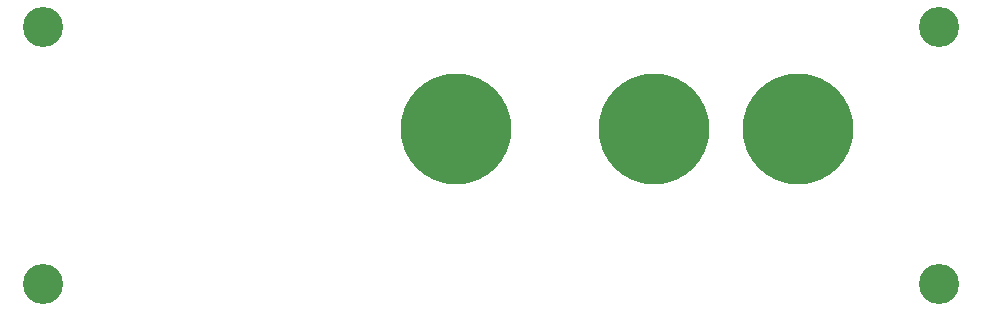
<source format=gbr>
G04 #@! TF.FileFunction,Soldermask,Top*
%FSLAX46Y46*%
G04 Gerber Fmt 4.6, Leading zero omitted, Abs format (unit mm)*
G04 Created by KiCad (PCBNEW 4.0.6) date Sunday, 17 September 2017 'AMt' 11:46:35*
%MOMM*%
%LPD*%
G01*
G04 APERTURE LIST*
%ADD10C,0.100000*%
%ADD11C,9.400000*%
%ADD12C,3.400000*%
G04 APERTURE END LIST*
D10*
D11*
X138500000Y-82250000D03*
X155250000Y-82250000D03*
D12*
X179400000Y-73600000D03*
X179400000Y-95400000D03*
X103600000Y-95400000D03*
X103600000Y-73600000D03*
D11*
X167500000Y-82250000D03*
M02*

</source>
